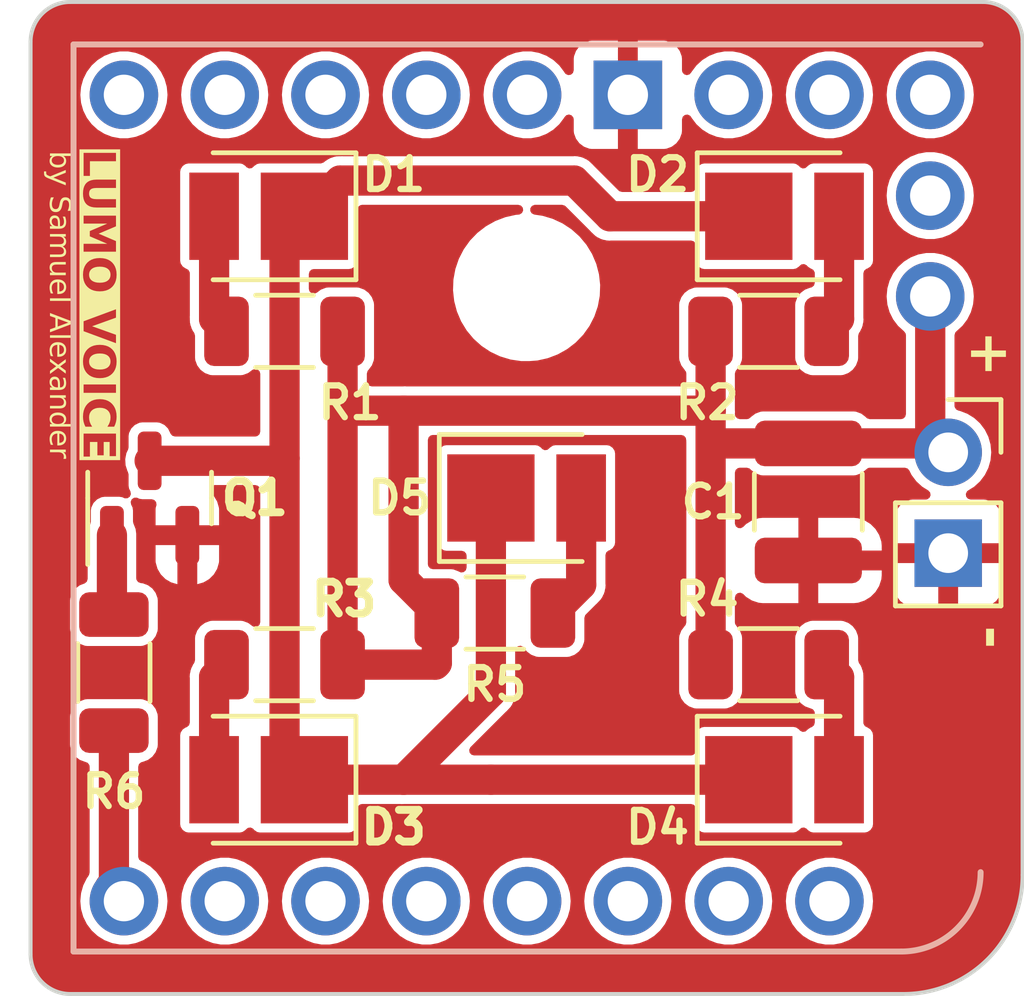
<source format=kicad_pcb>
(kicad_pcb (version 20221018) (generator pcbnew)
  (layers (0 "F.Cu" signal) (31 "B.Cu" signal) (34 "B.Paste" user) (35 "F.Paste" user) (36 "B.SilkS" user "B.Silkscreen") (37 "F.SilkS" user "F.Silkscreen") (38 "B.Mask" user) (39 "F.Mask" user) (44 "Edge.Cuts" user))
  (net 0 "")
  (net 8 "/Gate")
  (net 12 "GND")
  (net 14 "/VBAT")
  (net 17 "Net-(D1-A)")
  (net 18 "/Drain")
  (net 19 "Net-(D2-A)")
  (net 20 "Net-(D3-A)")
  (net 21 "Net-(D4-A)")
  (net 22 "Net-(D5-A)")
  (net 23 "Net-(Q1-G)")
  (footprint "LED_SMD:LED_PLCC_2835" (layer "F.Cu") (at 187.5 87.5)
    (fp_text reference "D5" (at -3.2 0) (layer "F.SilkS") (effects (font (size 0.8 0.8) (thickness 0.16) bold)))
    (fp_text value "LED" hide)
    (fp_line (start -2.2 -1.6) (end -2.2 1.6) (stroke (width 0.12)) (layer "F.SilkS"))
    (fp_line (start 1.4 -1.6) (end -2.2 -1.6) (stroke (width 0.12)) (layer "F.SilkS"))
    (fp_line (start 1.4 1.6) (end -2.2 1.6) (stroke (width 0.12)) (layer "F.SilkS"))
    (pad "1" smd rect (at -0.9 0) (size 2.2 2.2) (layers "F.Cu" "F.Paste" "F.Mask") (net 18 "/Drain"))
    (pad "2" smd rect (at 1.375 0) (size 1.25 2.2) (layers "F.Cu" "F.Paste" "F.Mask") (net 22 "Net-(D5-A)"))
  )
  (footprint "Connector_PinSocket_2.54mm:PinSocket_1x02_P2.54mm_Vertical" (layer "F.Cu") (at 198.125 86.35)
    (fp_text reference "BT1" hide)
    (fp_text value "3.7V" hide)
    (fp_line (start -1.33 1.27) (end -1.33 3.87) (stroke (width 0.12)) (layer "F.SilkS"))
    (fp_line (start -1.33 1.27) (end 1.33 1.27) (stroke (width 0.12)) (layer "F.SilkS"))
    (fp_line (start -1.33 3.87) (end 1.33 3.87) (stroke (width 0.12)) (layer "F.SilkS"))
    (fp_line (start 0 -1.33) (end 1.33 -1.33) (stroke (width 0.12)) (layer "F.SilkS"))
    (fp_line (start 1.33 -1.33) (end 1.33 0) (stroke (width 0.12)) (layer "F.SilkS"))
    (fp_line (start 1.33 1.27) (end 1.33 3.87) (stroke (width 0.12)) (layer "F.SilkS"))
    (pad "1" thru_hole circle (at 0 0) (size 1.7 1.7) (drill 1) (layers "*.Cu" "*.Mask") (net 14 "/VBAT"))
    (pad "2" thru_hole rect (at 0 2.54) (size 1.7 1.7) (drill 1) (layers "*.Cu" "*.Mask") (net 12 "GND"))
  )
  (footprint "Resistor_SMD:R_1206_3216Metric" (layer "F.Cu") (at 181.4 83.3 180)
    (fp_text reference "R1" (at -1.65 -1.8 180) (layer "F.SilkS") (effects (font (size 0.8 0.8) (thickness 0.16) bold)))
    (fp_text value "5R1" hide)
    (fp_line (start -0.727064 -0.91) (end 0.727064 -0.91) (stroke (width 0.12)) (layer "F.SilkS"))
    (fp_line (start -0.727064 0.91) (end 0.727064 0.91) (stroke (width 0.12)) (layer "F.SilkS"))
    (pad "1" smd roundrect (at -1.4625 0 180) (size 1.125 1.75) (layers "F.Cu" "F.Paste" "F.Mask") (roundrect_rratio 0.2222222222) (net 14 "/VBAT"))
    (pad "2" smd roundrect (at 1.4625 0 180) (size 1.125 1.75) (layers "F.Cu" "F.Paste" "F.Mask") (roundrect_rratio 0.2222222222) (net 17 "Net-(D1-A)"))
  )
  (footprint "Resistor_SMD:R_1206_3216Metric" (layer "F.Cu") (at 193.6 83.3)
    (fp_text reference "R2" (at -1.55 1.8) (layer "F.SilkS") (effects (font (size 0.8 0.8) (thickness 0.16) bold)))
    (fp_text value "5R1" hide)
    (fp_line (start -0.727064 -0.91) (end 0.727064 -0.91) (stroke (width 0.12)) (layer "F.SilkS"))
    (fp_line (start -0.727064 0.91) (end 0.727064 0.91) (stroke (width 0.12)) (layer "F.SilkS"))
    (pad "1" smd roundrect (at -1.4625 0) (size 1.125 1.75) (layers "F.Cu" "F.Paste" "F.Mask") (roundrect_rratio 0.2222222222) (net 14 "/VBAT"))
    (pad "2" smd roundrect (at 1.4625 0) (size 1.125 1.75) (layers "F.Cu" "F.Paste" "F.Mask") (roundrect_rratio 0.2222222222) (net 19 "Net-(D2-A)"))
  )
  (footprint "MountingHole:MountingHole_3.2mm_M3" (layer "F.Cu") (at 187.5 82.2)
    (fp_text reference "H1" hide)
    (fp_text value "MountingHole" hide)
    (pad "" np_thru_hole circle (at 0 0) (size 3.2 3.2) (drill 3.2) (layers "*.Cu" "*.Mask"))
  )
  (footprint "Resistor_SMD:R_1206_3216Metric" (layer "F.Cu") (at 186.7 90.4)
    (fp_text reference "R5" (at 0 1.8) (layer "F.SilkS") (effects (font (size 0.8 0.8) (thickness 0.16) bold)))
    (fp_text value "5R1" hide)
    (fp_line (start -0.727064 -0.91) (end 0.727064 -0.91) (stroke (width 0.12)) (layer "F.SilkS"))
    (fp_line (start -0.727064 0.91) (end 0.727064 0.91) (stroke (width 0.12)) (layer "F.SilkS"))
    (pad "1" smd roundrect (at -1.4625 0) (size 1.125 1.75) (layers "F.Cu" "F.Paste" "F.Mask") (roundrect_rratio 0.2222222222) (net 14 "/VBAT"))
    (pad "2" smd roundrect (at 1.4625 0) (size 1.125 1.75) (layers "F.Cu" "F.Paste" "F.Mask") (roundrect_rratio 0.2222222222) (net 22 "Net-(D5-A)"))
  )
  (footprint "Resistor_SMD:R_1206_3216Metric" (layer "F.Cu") (at 193.6 91.7)
    (fp_text reference "R4" (at -1.55 -1.65) (layer "F.SilkS") (effects (font (size 0.8 0.8) (thickness 0.16) bold)))
    (fp_text value "5R1" hide)
    (fp_line (start -0.727064 -0.91) (end 0.727064 -0.91) (stroke (width 0.12)) (layer "F.SilkS"))
    (fp_line (start -0.727064 0.91) (end 0.727064 0.91) (stroke (width 0.12)) (layer "F.SilkS"))
    (pad "1" smd roundrect (at -1.4625 0) (size 1.125 1.75) (layers "F.Cu" "F.Paste" "F.Mask") (roundrect_rratio 0.2222222222) (net 14 "/VBAT"))
    (pad "2" smd roundrect (at 1.4625 0) (size 1.125 1.75) (layers "F.Cu" "F.Paste" "F.Mask") (roundrect_rratio 0.2222222222) (net 21 "Net-(D4-A)"))
  )
  (footprint "Capacitor_SMD:C_1210_3225Metric" (layer "F.Cu") (at 194.6 87.6 -90)
    (fp_text reference "C1" (at 0 2.4 180) (layer "F.SilkS") (effects (font (size 0.8 0.8) (thickness 0.16) bold)))
    (fp_text value "47uF" hide)
    (fp_line (start -0.711252 -1.36) (end 0.711252 -1.36) (stroke (width 0.12)) (layer "F.SilkS"))
    (fp_line (start -0.711252 1.36) (end 0.711252 1.36) (stroke (width 0.12)) (layer "F.SilkS"))
    (pad "1" smd roundrect (at -1.475 0 270) (size 1.15 2.7) (layers "F.Cu" "F.Paste" "F.Mask") (roundrect_rratio 0.2173913043) (net 14 "/VBAT"))
    (pad "2" smd roundrect (at 1.475 0 270) (size 1.15 2.7) (layers "F.Cu" "F.Paste" "F.Mask") (roundrect_rratio 0.2173913043) (net 12 "GND"))
  )
  (footprint "Resistor_SMD:R_1206_3216Metric" (layer "F.Cu") (at 177.1 91.9 90)
    (fp_text reference "R6" (at -3 0 180) (layer "F.SilkS") (effects (font (size 0.8 0.8) (thickness 0.16) bold)))
    (fp_text value "100R" hide)
    (fp_line (start -0.727064 -0.91) (end 0.727064 -0.91) (stroke (width 0.12)) (layer "F.SilkS"))
    (fp_line (start -0.727064 0.91) (end 0.727064 0.91) (stroke (width 0.12)) (layer "F.SilkS"))
    (pad "1" smd roundrect (at -1.4625 0 90) (size 1.125 1.75) (layers "F.Cu" "F.Paste" "F.Mask") (roundrect_rratio 0.2222222222) (net 8 "/Gate"))
    (pad "2" smd roundrect (at 1.4625 0 90) (size 1.125 1.75) (layers "F.Cu" "F.Paste" "F.Mask") (roundrect_rratio 0.2222222222) (net 23 "Net-(Q1-G)"))
  )
  (footprint "Resistor_SMD:R_1206_3216Metric" (layer "F.Cu") (at 181.4 91.7 180)
    (fp_text reference "R3" (at -1.5 1.65 180) (layer "F.SilkS") (effects (font (size 0.8 0.8) (thickness 0.2) bold)))
    (fp_text value "5R1" hide)
    (fp_line (start -0.727064 -0.91) (end 0.727064 -0.91) (stroke (width 0.12)) (layer "F.SilkS"))
    (fp_line (start -0.727064 0.91) (end 0.727064 0.91) (stroke (width 0.12)) (layer "F.SilkS"))
    (pad "1" smd roundrect (at -1.4625 0 180) (size 1.125 1.75) (layers "F.Cu" "F.Paste" "F.Mask") (roundrect_rratio 0.2222222222) (net 14 "/VBAT"))
    (pad "2" smd roundrect (at 1.4625 0 180) (size 1.125 1.75) (layers "F.Cu" "F.Paste" "F.Mask") (roundrect_rratio 0.2222222222) (net 20 "Net-(D3-A)"))
  )
  (footprint "LED_SMD:LED_PLCC_2835" (layer "F.Cu") (at 181 80.4 180)
    (fp_text reference "D1" (at -3.15 1.05) (layer "F.SilkS") (effects (font (size 0.8 0.8) (thickness 0.16) bold)))
    (fp_text value "LED" hide)
    (fp_line (start -2.2 -1.6) (end -2.2 1.6) (stroke (width 0.12)) (layer "F.SilkS"))
    (fp_line (start 1.4 -1.6) (end -2.2 -1.6) (stroke (width 0.12)) (layer "F.SilkS"))
    (fp_line (start 1.4 1.6) (end -2.2 1.6) (stroke (width 0.12)) (layer "F.SilkS"))
    (pad "1" smd rect (at -0.9 0 180) (size 2.2 2.2) (layers "F.Cu" "F.Paste" "F.Mask") (net 18 "/Drain"))
    (pad "2" smd rect (at 1.375 0 180) (size 1.25 2.2) (layers "F.Cu" "F.Paste" "F.Mask") (net 17 "Net-(D1-A)"))
  )
  (footprint "LED_SMD:LED_PLCC_2835" (layer "F.Cu") (at 181 94.6 180)
    (fp_text reference "D3" (at -3.15 -1.2) (layer "F.SilkS") (effects (font (size 0.8 0.8) (thickness 0.2) bold)))
    (fp_text value "LED" hide)
    (fp_line (start -2.2 -1.6) (end -2.2 1.6) (stroke (width 0.12)) (layer "F.SilkS"))
    (fp_line (start 1.4 -1.6) (end -2.2 -1.6) (stroke (width 0.12)) (layer "F.SilkS"))
    (fp_line (start 1.4 1.6) (end -2.2 1.6) (stroke (width 0.12)) (layer "F.SilkS"))
    (pad "1" smd rect (at -0.9 0 180) (size 2.2 2.2) (layers "F.Cu" "F.Paste" "F.Mask") (net 18 "/Drain"))
    (pad "2" smd rect (at 1.375 0 180) (size 1.25 2.2) (layers "F.Cu" "F.Paste" "F.Mask") (net 20 "Net-(D3-A)"))
  )
  (footprint "LED_SMD:LED_PLCC_2835" (layer "F.Cu") (at 194 94.6)
    (fp_text reference "D4" (at -3.2 1.2) (layer "F.SilkS") (effects (font (size 0.8 0.8) (thickness 0.16) bold)))
    (fp_text value "LED" hide)
    (fp_line (start -2.2 -1.6) (end -2.2 1.6) (stroke (width 0.12)) (layer "F.SilkS"))
    (fp_line (start 1.4 -1.6) (end -2.2 -1.6) (stroke (width 0.12)) (layer "F.SilkS"))
    (fp_line (start 1.4 1.6) (end -2.2 1.6) (stroke (width 0.12)) (layer "F.SilkS"))
    (pad "1" smd rect (at -0.9 0) (size 2.2 2.2) (layers "F.Cu" "F.Paste" "F.Mask") (net 18 "/Drain"))
    (pad "2" smd rect (at 1.375 0) (size 1.25 2.2) (layers "F.Cu" "F.Paste" "F.Mask") (net 21 "Net-(D4-A)"))
  )
  (footprint "LED_SMD:LED_PLCC_2835" (layer "F.Cu") (at 194 80.4)
    (fp_text reference "D2" (at -3.2 -1.05) (layer "F.SilkS") (effects (font (size 0.8 0.8) (thickness 0.16) bold)))
    (fp_text value "LED" hide)
    (fp_line (start -2.2 -1.6) (end -2.2 1.6) (stroke (width 0.12)) (layer "F.SilkS"))
    (fp_line (start 1.4 -1.6) (end -2.2 -1.6) (stroke (width 0.12)) (layer "F.SilkS"))
    (fp_line (start 1.4 1.6) (end -2.2 1.6) (stroke (width 0.12)) (layer "F.SilkS"))
    (pad "1" smd rect (at -0.9 0) (size 2.2 2.2) (layers "F.Cu" "F.Paste" "F.Mask") (net 18 "/Drain"))
    (pad "2" smd rect (at 1.375 0) (size 1.25 2.2) (layers "F.Cu" "F.Paste" "F.Mask") (net 19 "Net-(D2-A)"))
  )
  (footprint "Package_TO_SOT_SMD:SOT-23" (layer "F.Cu") (at 178 87.5 90)
    (fp_text reference "Q1" (at 0 2.65 180) (layer "F.SilkS") (effects (font (size 0.8 0.8) (thickness 0.2) bold)))
    (fp_text value "IRLML2502TRPBF" hide)
    (fp_line (start 0 -1.56) (end -1.675 -1.56) (stroke (width 0.12)) (layer "F.SilkS"))
    (fp_line (start 0 -1.56) (end 0.65 -1.56) (stroke (width 0.12)) (layer "F.SilkS"))
    (fp_line (start 0 1.56) (end -0.65 1.56) (stroke (width 0.12)) (layer "F.SilkS"))
    (fp_line (start 0 1.56) (end 0.65 1.56) (stroke (width 0.12)) (layer "F.SilkS"))
    (pad "1" smd roundrect (at -0.9375 -0.95 90) (size 1.475 0.6) (layers "F.Cu" "F.Paste" "F.Mask") (net 23 "Net-(Q1-G)"))
    (pad "2" smd roundrect (at -0.9375 0.95 90) (size 1.475 0.6) (layers "F.Cu" "F.Paste" "F.Mask") (net 12 "GND"))
    (pad "3" smd roundrect (at 0.9375 0 90) (size 1.475 0.6) (layers "F.Cu" "F.Paste" "F.Mask") (net 18 "/Drain"))
  )
  (footprint "PCM_arduino-library:Arduino_Nicla_Voice_Socket" (layer "B.Cu") (at 198.942 98.93 90)
    (fp_text reference "A1" hide)
    (fp_text value "Arduino_Nicla_Voice_Socket" hide)
    (fp_line (start 0 -22.86) (end 0 -2) (stroke (width 0.15)) (layer "B.SilkS"))
    (fp_line (start 0 -22.86) (end 22.86 -22.86) (stroke (width 0.15)) (layer "B.SilkS"))
    (fp_line (start 22.86 0) (end 22.86 -22.86) (stroke (width 0.15)) (layer "B.SilkS"))
    (fp_arc (start 2 0) (mid 0.585786 -0.585786) (end 0 -2) (stroke (width 0.15)) (layer "B.SilkS"))
    (pad "" thru_hole circle (at 1.27 -19.05 90) (size 1.7272 1.7272) (drill 1.016) (layers "*.Cu" "*.Mask"))
    (pad "" thru_hole circle (at 21.59 -3.81 90) (size 1.7272 1.7272) (drill 1.016) (layers "*.Cu" "*.Mask"))
    (pad "A0" thru_hole circle (at 1.27 -3.81 90) (size 1.7272 1.7272) (drill 1.016) (layers "*.Cu" "*.Mask"))
    (pad "A1" thru_hole circle (at 1.27 -6.35 90) (size 1.7272 1.7272) (drill 1.016) (layers "*.Cu" "*.Mask"))
    (pad "D0" thru_hole circle (at 21.59 -11.43 90) (size 1.7272 1.7272) (drill 1.016) (layers "*.Cu" "*.Mask"))
    (pad "D1" thru_hole circle (at 21.59 -13.97 90) (size 1.7272 1.7272) (drill 1.016) (layers "*.Cu" "*.Mask"))
    (pad "D2" thru_hole circle (at 21.59 -16.51 90) (size 1.7272 1.7272) (drill 1.016) (layers "*.Cu" "*.Mask"))
    (pad "D3" thru_hole circle (at 21.59 -19.05 90) (size 1.7272 1.7272) (drill 1.016) (layers "*.Cu" "*.Mask"))
    (pad "D4" thru_hole circle (at 21.59 -21.59 90) (size 1.7272 1.7272) (drill 1.016) (layers "*.Cu" "*.Mask"))
    (pad "D5" thru_hole circle (at 1.27 -21.59 90) (size 1.7272 1.7272) (drill 1.016) (layers "*.Cu" "*.Mask") (net 8 "/Gate"))
    (pad "D6" thru_hole circle (at 1.27 -16.51 90) (size 1.7272 1.7272) (drill 1.016) (layers "*.Cu" "*.Mask"))
    (pad "D7" thru_hole circle (at 1.27 -11.43 90) (size 1.7272 1.7272) (drill 1.016) (layers "*.Cu" "*.Mask"))
    (pad "D8" thru_hole circle (at 1.27 -13.97 90) (size 1.7272 1.7272) (drill 1.016) (layers "*.Cu" "*.Mask"))
    (pad "D9" thru_hole circle (at 1.27 -8.89 90) (size 1.7272 1.7272) (drill 1.016) (layers "*.Cu" "*.Mask"))
    (pad "GND" thru_hole rect (at 21.59 -8.89 90) (size 1.7272 1.7272) (drill 1.016) (layers "*.Cu" "*.Mask") (net 12 "GND"))
    (pad "NTC" thru_hole circle (at 19.05 -1.27 90) (size 1.7272 1.7272) (drill 1.016) (layers "*.Cu" "*.Mask"))
    (pad "VBAT" thru_hole circle (at 16.51 -1.27 90) (size 1.7272 1.7272) (drill 1.016) (layers "*.Cu" "*.Mask") (net 14 "/VBAT"))
    (pad "VDIO" thru_hole circle (at 21.59 -6.35 90) (size 1.7272 1.7272) (drill 1.016) (layers "*.Cu" "*.Mask"))
    (pad "VIN" thru_hole circle (at 21.59 -1.27 90) (size 1.7272 1.7272) (drill 1.016) (layers "*.Cu" "*.Mask"))
  )
  (gr_arc (start 175 76) (mid 175.292893 75.292893) (end 176 75) (stroke (width 0.1)) (layer "Edge.Cuts"))
  (gr_line (start 197 100) (end 176 100) (stroke (width 0.1)) (layer "Edge.Cuts"))
  (gr_line (start 176 75) (end 199 75) (stroke (width 0.1)) (layer "Edge.Cuts"))
  (gr_line (start 175 99) (end 175 76) (stroke (width 0.1)) (layer "Edge.Cuts"))
  (gr_arc (start 200 97) (mid 199.12132 99.12132) (end 197 100) (stroke (width 0.1)) (layer "Edge.Cuts"))
  (gr_arc (start 199 75) (mid 199.707107 75.292893) (end 200 76) (stroke (width 0.1)) (layer "Edge.Cuts"))
  (gr_arc (start 176 100) (mid 175.292893 99.707107) (end 175 99) (stroke (width 0.1)) (layer "Edge.Cuts"))
  (gr_line (start 200 76) (end 200 97) (stroke (width 0.1)) (layer "Edge.Cuts"))
  (gr_text "-" (at 199.75 91.3 90) (layer "F.SilkS") (effects (font (size 1 1) (thickness 0.2) bold) (justify left bottom)))
  (gr_text "by Samuel Alexander" (at 175.4 78.75 270) (layer "F.SilkS") (effects (font (size 0.52 0.52) (thickness 0.06)) (justify left bottom)))
  (gr_text "+" (at 199.75 84.45 90) (layer "F.SilkS") (effects (font (size 1 1) (thickness 0.2) bold) (justify left bottom)))
  (gr_text "LUMO VOICE" (at 176.2 78.7 270) (layer "F.SilkS" knockout) (effects (font (size 0.8 0.8) (thickness 0.1) bold) (justify left bottom)))
  (segment (start 177.1 93.3625) (end 177.1 97.408) (width 0.762) (layer "F.Cu") (net 8))
  (segment (start 177 97.308) (end 177.352 97.66) (width 0.762) (layer "F.Cu") (net 8))
  (segment (start 177.1 97.408) (end 177.352 97.66) (width 0.762) (layer "F.Cu") (net 8))
  (segment (start 194.6 86.125) (end 197.9 86.125) (width 0.762) (layer "F.Cu") (net 14))
  (segment (start 182.8625 85.3) (end 184.4 85.3) (width 0.762) (layer "F.Cu") (net 14))
  (segment (start 194.6 86.125) (end 192.1625 86.125) (width 0.762) (layer "F.Cu") (net 14))
  (segment (start 192.1375 86.1) (end 192.1375 91.7) (width 0.762) (layer "F.Cu") (net 14))
  (segment (start 184.4 85.3) (end 192.1375 85.3) (width 0.762) (layer "F.Cu") (net 14))
  (segment (start 182.8625 91.7) (end 182.8625 85.3) (width 0.762) (layer "F.Cu") (net 14))
  (segment (start 184.4 89.5625) (end 184.4 85.3) (width 0.762) (layer "F.Cu") (net 14))
  (segment (start 192.1375 85.3) (end 192.1375 86.1) (width 0.762) (layer "F.Cu") (net 14))
  (segment (start 197.672 82.42) (end 197.672 85.897) (width 0.762) (layer "F.Cu") (net 14))
  (segment (start 182.8625 85.3) (end 182.8625 83.3) (width 0.762) (layer "F.Cu") (net 14))
  (segment (start 197.625 82.467) (end 197.672 82.42) (width 0.762) (layer "F.Cu") (net 14))
  (segment (start 185.2375 90.4) (end 185.2375 91.6625) (width 0.762) (layer "F.Cu") (net 14))
  (segment (start 185.2375 91.6625) (end 185.2 91.7) (width 0.762) (layer "F.Cu") (net 14))
  (segment (start 192.1375 83.3) (end 192.1375 85.3) (width 0.762) (layer "F.Cu") (net 14))
  (segment (start 197.672 85.897) (end 198.125 86.35) (width 0.762) (layer "F.Cu") (net 14))
  (segment (start 185.2375 90.4) (end 184.4 89.5625) (width 0.762) (layer "F.Cu") (net 14))
  (segment (start 197.9 86.125) (end 198.125 86.35) (width 0.762) (layer "F.Cu") (net 14))
  (segment (start 192.1625 86.125) (end 192.1375 86.1) (width 0.762) (layer "F.Cu") (net 14))
  (segment (start 185.2 91.7) (end 182.8625 91.7) (width 0.762) (layer "F.Cu") (net 14))
  (segment (start 179.625 82.9875) (end 179.9375 83.3) (width 0.762) (layer "F.Cu") (net 17))
  (segment (start 179.625 80.4) (end 179.625 82.9875) (width 0.762) (layer "F.Cu") (net 17))
  (segment (start 182.8 79.5) (end 188.7 79.5) (width 0.762) (layer "F.Cu") (net 18))
  (segment (start 178 86.5625) (end 181.3375 86.5625) (width 0.762) (layer "F.Cu") (net 18))
  (segment (start 181.3375 86.5625) (end 181.4 86.5) (width 0.762) (layer "F.Cu") (net 18))
  (segment (start 193.1 80.4) (end 189.6 80.4) (width 0.762) (layer "F.Cu") (net 18))
  (segment (start 186.6 92.4) (end 184.4 94.6) (width 0.762) (layer "F.Cu") (net 18))
  (segment (start 181.9 94.6) (end 184.4 94.6) (width 0.762) (layer "F.Cu") (net 18))
  (segment (start 181.4 80.9) (end 181.4 86.5) (width 0.762) (layer "F.Cu") (net 18))
  (segment (start 181.9 80.4) (end 181.4 80.9) (width 0.762) (layer "F.Cu") (net 18))
  (segment (start 184.4 94.6) (end 186.6 94.6) (width 0.762) (layer "F.Cu") (net 18))
  (segment (start 181.4 94.1) (end 181.9 94.6) (width 0.762) (layer "F.Cu") (net 18))
  (segment (start 189.6 80.4) (end 188.7 79.5) (width 0.762) (layer "F.Cu") (net 18))
  (segment (start 186.6 87.5) (end 186.6 92.4) (width 0.762) (layer "F.Cu") (net 18))
  (segment (start 186.6 94.6) (end 193.1 94.6) (width 0.762) (layer "F.Cu") (net 18))
  (segment (start 181.4 86.5) (end 181.4 94.1) (width 0.762) (layer "F.Cu") (net 18))
  (segment (start 181.9 80.4) (end 182.8 79.5) (width 0.762) (layer "F.Cu") (net 18))
  (segment (start 195.375 82.9875) (end 195.0625 83.3) (width 0.762) (layer "F.Cu") (net 19))
  (segment (start 195.375 80.4) (end 195.375 82.9875) (width 0.762) (layer "F.Cu") (net 19))
  (segment (start 179.625 94.6) (end 179.625 92.0125) (width 0.762) (layer "F.Cu") (net 20))
  (segment (start 179.625 92.0125) (end 179.9375 91.7) (width 0.762) (layer "F.Cu") (net 20))
  (segment (start 195.375 94.6) (end 195.375 92.0125) (width 0.762) (layer "F.Cu") (net 21))
  (segment (start 195.375 92.0125) (end 195.0625 91.7) (width 0.762) (layer "F.Cu") (net 21))
  (segment (start 188.875 89.6875) (end 188.875 87.5) (width 0.762) (layer "F.Cu") (net 22))
  (segment (start 188.1625 90.4) (end 188.875 89.6875) (width 0.762) (layer "F.Cu") (net 22))
  (segment (start 177.05 88.4375) (end 177.05 90.3875) (width 0.762) (layer "F.Cu") (net 23))
  (segment (start 177.05 90.3875) (end 177.1 90.4375) (width 0.762) (layer "F.Cu") (net 23))
  (zone (net 12) (net_name "GND") (layer "F.Cu") (connect_pads (clearance 0.23)) (min_thickness 0.25) (fill yes (thermal_gap 0.5) (thermal_bridge_width 0.5))
    (polygon (pts (xy 175 75) (xy 200 75) (xy 200 100) (xy 175 100)))
  )
)
</source>
